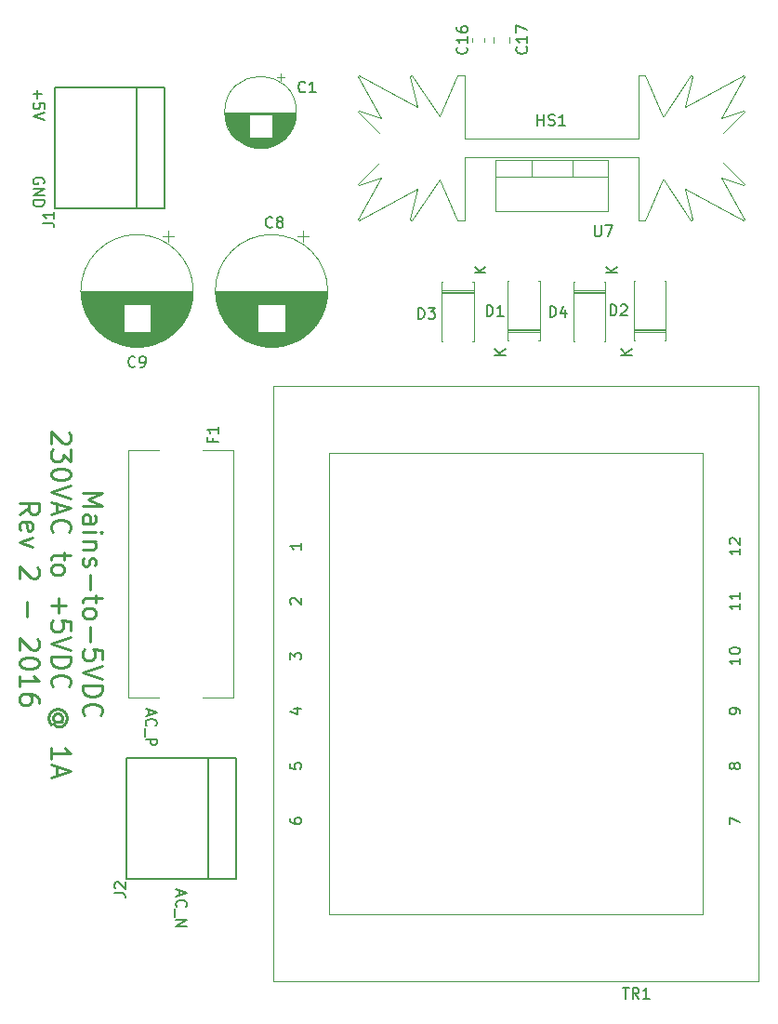
<source format=gto>
G04 #@! TF.GenerationSoftware,KiCad,Pcbnew,(5.1.5)-3*
G04 #@! TF.CreationDate,2020-04-14T19:53:29+02:00*
G04 #@! TF.ProjectId,5vfrommains,35766672-6f6d-46d6-9169-6e732e6b6963,rev?*
G04 #@! TF.SameCoordinates,Original*
G04 #@! TF.FileFunction,Legend,Top*
G04 #@! TF.FilePolarity,Positive*
%FSLAX46Y46*%
G04 Gerber Fmt 4.6, Leading zero omitted, Abs format (unit mm)*
G04 Created by KiCad (PCBNEW (5.1.5)-3) date 2020-04-14 19:53:29*
%MOMM*%
%LPD*%
G04 APERTURE LIST*
%ADD10C,0.250000*%
%ADD11C,0.150000*%
%ADD12C,0.120000*%
G04 APERTURE END LIST*
D10*
X182083333Y-91416666D02*
X183833333Y-91416666D01*
X182583333Y-92000000D01*
X183833333Y-92583333D01*
X182083333Y-92583333D01*
X182083333Y-94166666D02*
X183000000Y-94166666D01*
X183166666Y-94083333D01*
X183250000Y-93916666D01*
X183250000Y-93583333D01*
X183166666Y-93416666D01*
X182166666Y-94166666D02*
X182083333Y-94000000D01*
X182083333Y-93583333D01*
X182166666Y-93416666D01*
X182333333Y-93333333D01*
X182500000Y-93333333D01*
X182666666Y-93416666D01*
X182750000Y-93583333D01*
X182750000Y-94000000D01*
X182833333Y-94166666D01*
X182083333Y-95000000D02*
X183250000Y-95000000D01*
X183833333Y-95000000D02*
X183750000Y-94916666D01*
X183666666Y-95000000D01*
X183750000Y-95083333D01*
X183833333Y-95000000D01*
X183666666Y-95000000D01*
X183250000Y-95833333D02*
X182083333Y-95833333D01*
X183083333Y-95833333D02*
X183166666Y-95916666D01*
X183250000Y-96083333D01*
X183250000Y-96333333D01*
X183166666Y-96500000D01*
X183000000Y-96583333D01*
X182083333Y-96583333D01*
X182166666Y-97333333D02*
X182083333Y-97500000D01*
X182083333Y-97833333D01*
X182166666Y-98000000D01*
X182333333Y-98083333D01*
X182416666Y-98083333D01*
X182583333Y-98000000D01*
X182666666Y-97833333D01*
X182666666Y-97583333D01*
X182750000Y-97416666D01*
X182916666Y-97333333D01*
X183000000Y-97333333D01*
X183166666Y-97416666D01*
X183250000Y-97583333D01*
X183250000Y-97833333D01*
X183166666Y-98000000D01*
X182750000Y-98833333D02*
X182750000Y-100166666D01*
X183250000Y-100750000D02*
X183250000Y-101416666D01*
X183833333Y-101000000D02*
X182333333Y-101000000D01*
X182166666Y-101083333D01*
X182083333Y-101250000D01*
X182083333Y-101416666D01*
X182083333Y-102250000D02*
X182166666Y-102083333D01*
X182250000Y-102000000D01*
X182416666Y-101916666D01*
X182916666Y-101916666D01*
X183083333Y-102000000D01*
X183166666Y-102083333D01*
X183250000Y-102250000D01*
X183250000Y-102500000D01*
X183166666Y-102666666D01*
X183083333Y-102750000D01*
X182916666Y-102833333D01*
X182416666Y-102833333D01*
X182250000Y-102750000D01*
X182166666Y-102666666D01*
X182083333Y-102500000D01*
X182083333Y-102250000D01*
X182750000Y-103583333D02*
X182750000Y-104916666D01*
X183833333Y-106583333D02*
X183833333Y-105750000D01*
X183000000Y-105666666D01*
X183083333Y-105750000D01*
X183166666Y-105916666D01*
X183166666Y-106333333D01*
X183083333Y-106500000D01*
X183000000Y-106583333D01*
X182833333Y-106666666D01*
X182416666Y-106666666D01*
X182250000Y-106583333D01*
X182166666Y-106500000D01*
X182083333Y-106333333D01*
X182083333Y-105916666D01*
X182166666Y-105750000D01*
X182250000Y-105666666D01*
X183833333Y-107166666D02*
X182083333Y-107750000D01*
X183833333Y-108333333D01*
X182083333Y-108916666D02*
X183833333Y-108916666D01*
X183833333Y-109333333D01*
X183750000Y-109583333D01*
X183583333Y-109750000D01*
X183416666Y-109833333D01*
X183083333Y-109916666D01*
X182833333Y-109916666D01*
X182500000Y-109833333D01*
X182333333Y-109750000D01*
X182166666Y-109583333D01*
X182083333Y-109333333D01*
X182083333Y-108916666D01*
X182250000Y-111666666D02*
X182166666Y-111583333D01*
X182083333Y-111333333D01*
X182083333Y-111166666D01*
X182166666Y-110916666D01*
X182333333Y-110750000D01*
X182500000Y-110666666D01*
X182833333Y-110583333D01*
X183083333Y-110583333D01*
X183416666Y-110666666D01*
X183583333Y-110750000D01*
X183750000Y-110916666D01*
X183833333Y-111166666D01*
X183833333Y-111333333D01*
X183750000Y-111583333D01*
X183666666Y-111666666D01*
X180791666Y-85875000D02*
X180875000Y-85958333D01*
X180958333Y-86125000D01*
X180958333Y-86541666D01*
X180875000Y-86708333D01*
X180791666Y-86791666D01*
X180625000Y-86875000D01*
X180458333Y-86875000D01*
X180208333Y-86791666D01*
X179208333Y-85791666D01*
X179208333Y-86875000D01*
X180958333Y-87458333D02*
X180958333Y-88541666D01*
X180291666Y-87958333D01*
X180291666Y-88208333D01*
X180208333Y-88375000D01*
X180125000Y-88458333D01*
X179958333Y-88541666D01*
X179541666Y-88541666D01*
X179375000Y-88458333D01*
X179291666Y-88375000D01*
X179208333Y-88208333D01*
X179208333Y-87708333D01*
X179291666Y-87541666D01*
X179375000Y-87458333D01*
X180958333Y-89625000D02*
X180958333Y-89791666D01*
X180875000Y-89958333D01*
X180791666Y-90041666D01*
X180625000Y-90125000D01*
X180291666Y-90208333D01*
X179875000Y-90208333D01*
X179541666Y-90125000D01*
X179375000Y-90041666D01*
X179291666Y-89958333D01*
X179208333Y-89791666D01*
X179208333Y-89625000D01*
X179291666Y-89458333D01*
X179375000Y-89375000D01*
X179541666Y-89291666D01*
X179875000Y-89208333D01*
X180291666Y-89208333D01*
X180625000Y-89291666D01*
X180791666Y-89375000D01*
X180875000Y-89458333D01*
X180958333Y-89625000D01*
X180958333Y-90708333D02*
X179208333Y-91291666D01*
X180958333Y-91875000D01*
X179708333Y-92375000D02*
X179708333Y-93208333D01*
X179208333Y-92208333D02*
X180958333Y-92791666D01*
X179208333Y-93375000D01*
X179375000Y-94958333D02*
X179291666Y-94875000D01*
X179208333Y-94625000D01*
X179208333Y-94458333D01*
X179291666Y-94208333D01*
X179458333Y-94041666D01*
X179625000Y-93958333D01*
X179958333Y-93875000D01*
X180208333Y-93875000D01*
X180541666Y-93958333D01*
X180708333Y-94041666D01*
X180875000Y-94208333D01*
X180958333Y-94458333D01*
X180958333Y-94625000D01*
X180875000Y-94875000D01*
X180791666Y-94958333D01*
X180375000Y-96791666D02*
X180375000Y-97458333D01*
X180958333Y-97041666D02*
X179458333Y-97041666D01*
X179291666Y-97125000D01*
X179208333Y-97291666D01*
X179208333Y-97458333D01*
X179208333Y-98291666D02*
X179291666Y-98125000D01*
X179375000Y-98041666D01*
X179541666Y-97958333D01*
X180041666Y-97958333D01*
X180208333Y-98041666D01*
X180291666Y-98125000D01*
X180375000Y-98291666D01*
X180375000Y-98541666D01*
X180291666Y-98708333D01*
X180208333Y-98791666D01*
X180041666Y-98875000D01*
X179541666Y-98875000D01*
X179375000Y-98791666D01*
X179291666Y-98708333D01*
X179208333Y-98541666D01*
X179208333Y-98291666D01*
X179875000Y-100958333D02*
X179875000Y-102291666D01*
X179208333Y-101625000D02*
X180541666Y-101625000D01*
X180958333Y-103958333D02*
X180958333Y-103125000D01*
X180125000Y-103041666D01*
X180208333Y-103125000D01*
X180291666Y-103291666D01*
X180291666Y-103708333D01*
X180208333Y-103875000D01*
X180125000Y-103958333D01*
X179958333Y-104041666D01*
X179541666Y-104041666D01*
X179375000Y-103958333D01*
X179291666Y-103875000D01*
X179208333Y-103708333D01*
X179208333Y-103291666D01*
X179291666Y-103125000D01*
X179375000Y-103041666D01*
X180958333Y-104541666D02*
X179208333Y-105125000D01*
X180958333Y-105708333D01*
X179208333Y-106291666D02*
X180958333Y-106291666D01*
X180958333Y-106708333D01*
X180875000Y-106958333D01*
X180708333Y-107125000D01*
X180541666Y-107208333D01*
X180208333Y-107291666D01*
X179958333Y-107291666D01*
X179625000Y-107208333D01*
X179458333Y-107125000D01*
X179291666Y-106958333D01*
X179208333Y-106708333D01*
X179208333Y-106291666D01*
X179375000Y-109041666D02*
X179291666Y-108958333D01*
X179208333Y-108708333D01*
X179208333Y-108541666D01*
X179291666Y-108291666D01*
X179458333Y-108125000D01*
X179625000Y-108041666D01*
X179958333Y-107958333D01*
X180208333Y-107958333D01*
X180541666Y-108041666D01*
X180708333Y-108125000D01*
X180875000Y-108291666D01*
X180958333Y-108541666D01*
X180958333Y-108708333D01*
X180875000Y-108958333D01*
X180791666Y-109041666D01*
X180041666Y-112208333D02*
X180125000Y-112125000D01*
X180208333Y-111958333D01*
X180208333Y-111791666D01*
X180125000Y-111625000D01*
X180041666Y-111541666D01*
X179875000Y-111458333D01*
X179708333Y-111458333D01*
X179541666Y-111541666D01*
X179458333Y-111625000D01*
X179375000Y-111791666D01*
X179375000Y-111958333D01*
X179458333Y-112125000D01*
X179541666Y-112208333D01*
X180208333Y-112208333D02*
X179541666Y-112208333D01*
X179458333Y-112291666D01*
X179458333Y-112375000D01*
X179541666Y-112541666D01*
X179708333Y-112625000D01*
X180125000Y-112625000D01*
X180375000Y-112458333D01*
X180541666Y-112208333D01*
X180625000Y-111875000D01*
X180541666Y-111541666D01*
X180375000Y-111291666D01*
X180125000Y-111125000D01*
X179791666Y-111041666D01*
X179458333Y-111125000D01*
X179208333Y-111291666D01*
X179041666Y-111541666D01*
X178958333Y-111875000D01*
X179041666Y-112208333D01*
X179208333Y-112458333D01*
X179208333Y-115625000D02*
X179208333Y-114625000D01*
X179208333Y-115125000D02*
X180958333Y-115125000D01*
X180708333Y-114958333D01*
X180541666Y-114791666D01*
X180458333Y-114625000D01*
X179708333Y-116291666D02*
X179708333Y-117125000D01*
X179208333Y-116125000D02*
X180958333Y-116708333D01*
X179208333Y-117291666D01*
X176333333Y-93375000D02*
X177166666Y-92791666D01*
X176333333Y-92375000D02*
X178083333Y-92375000D01*
X178083333Y-93041666D01*
X178000000Y-93208333D01*
X177916666Y-93291666D01*
X177750000Y-93375000D01*
X177500000Y-93375000D01*
X177333333Y-93291666D01*
X177250000Y-93208333D01*
X177166666Y-93041666D01*
X177166666Y-92375000D01*
X176416666Y-94791666D02*
X176333333Y-94625000D01*
X176333333Y-94291666D01*
X176416666Y-94125000D01*
X176583333Y-94041666D01*
X177250000Y-94041666D01*
X177416666Y-94125000D01*
X177500000Y-94291666D01*
X177500000Y-94625000D01*
X177416666Y-94791666D01*
X177250000Y-94875000D01*
X177083333Y-94875000D01*
X176916666Y-94041666D01*
X177500000Y-95458333D02*
X176333333Y-95875000D01*
X177500000Y-96291666D01*
X177916666Y-98208333D02*
X178000000Y-98291666D01*
X178083333Y-98458333D01*
X178083333Y-98875000D01*
X178000000Y-99041666D01*
X177916666Y-99125000D01*
X177750000Y-99208333D01*
X177583333Y-99208333D01*
X177333333Y-99125000D01*
X176333333Y-98125000D01*
X176333333Y-99208333D01*
X177000000Y-101291666D02*
X177000000Y-102625000D01*
X177916666Y-104708333D02*
X178000000Y-104791666D01*
X178083333Y-104958333D01*
X178083333Y-105375000D01*
X178000000Y-105541666D01*
X177916666Y-105625000D01*
X177750000Y-105708333D01*
X177583333Y-105708333D01*
X177333333Y-105625000D01*
X176333333Y-104625000D01*
X176333333Y-105708333D01*
X178083333Y-106791666D02*
X178083333Y-106958333D01*
X178000000Y-107125000D01*
X177916666Y-107208333D01*
X177750000Y-107291666D01*
X177416666Y-107375000D01*
X177000000Y-107375000D01*
X176666666Y-107291666D01*
X176500000Y-107208333D01*
X176416666Y-107125000D01*
X176333333Y-106958333D01*
X176333333Y-106791666D01*
X176416666Y-106625000D01*
X176500000Y-106541666D01*
X176666666Y-106458333D01*
X177000000Y-106375000D01*
X177416666Y-106375000D01*
X177750000Y-106458333D01*
X177916666Y-106541666D01*
X178000000Y-106625000D01*
X178083333Y-106791666D01*
X176333333Y-109041666D02*
X176333333Y-108041666D01*
X176333333Y-108541666D02*
X178083333Y-108541666D01*
X177833333Y-108375000D01*
X177666666Y-108208333D01*
X177583333Y-108041666D01*
X178083333Y-110541666D02*
X178083333Y-110208333D01*
X178000000Y-110041666D01*
X177916666Y-109958333D01*
X177666666Y-109791666D01*
X177333333Y-109708333D01*
X176666666Y-109708333D01*
X176500000Y-109791666D01*
X176416666Y-109875000D01*
X176333333Y-110041666D01*
X176333333Y-110375000D01*
X176416666Y-110541666D01*
X176500000Y-110625000D01*
X176666666Y-110708333D01*
X177083333Y-110708333D01*
X177250000Y-110625000D01*
X177333333Y-110541666D01*
X177416666Y-110375000D01*
X177416666Y-110041666D01*
X177333333Y-109875000D01*
X177250000Y-109791666D01*
X177083333Y-109708333D01*
D11*
X190833333Y-127607142D02*
X190833333Y-128083333D01*
X190547619Y-127511904D02*
X191547619Y-127845238D01*
X190547619Y-128178571D01*
X190642857Y-129083333D02*
X190595238Y-129035714D01*
X190547619Y-128892857D01*
X190547619Y-128797619D01*
X190595238Y-128654761D01*
X190690476Y-128559523D01*
X190785714Y-128511904D01*
X190976190Y-128464285D01*
X191119047Y-128464285D01*
X191309523Y-128511904D01*
X191404761Y-128559523D01*
X191500000Y-128654761D01*
X191547619Y-128797619D01*
X191547619Y-128892857D01*
X191500000Y-129035714D01*
X191452380Y-129083333D01*
X190452380Y-129273809D02*
X190452380Y-130035714D01*
X190547619Y-130273809D02*
X191547619Y-130273809D01*
X190547619Y-130845238D01*
X191547619Y-130845238D01*
X188083333Y-111130952D02*
X188083333Y-111607142D01*
X187797619Y-111035714D02*
X188797619Y-111369047D01*
X187797619Y-111702380D01*
X187892857Y-112607142D02*
X187845238Y-112559523D01*
X187797619Y-112416666D01*
X187797619Y-112321428D01*
X187845238Y-112178571D01*
X187940476Y-112083333D01*
X188035714Y-112035714D01*
X188226190Y-111988095D01*
X188369047Y-111988095D01*
X188559523Y-112035714D01*
X188654761Y-112083333D01*
X188750000Y-112178571D01*
X188797619Y-112321428D01*
X188797619Y-112416666D01*
X188750000Y-112559523D01*
X188702380Y-112607142D01*
X187702380Y-112797619D02*
X187702380Y-113559523D01*
X187797619Y-113797619D02*
X188797619Y-113797619D01*
X188797619Y-114178571D01*
X188750000Y-114273809D01*
X188702380Y-114321428D01*
X188607142Y-114369047D01*
X188464285Y-114369047D01*
X188369047Y-114321428D01*
X188321428Y-114273809D01*
X188273809Y-114178571D01*
X188273809Y-113797619D01*
X178500000Y-63238095D02*
X178547619Y-63142857D01*
X178547619Y-63000000D01*
X178500000Y-62857142D01*
X178404761Y-62761904D01*
X178309523Y-62714285D01*
X178119047Y-62666666D01*
X177976190Y-62666666D01*
X177785714Y-62714285D01*
X177690476Y-62761904D01*
X177595238Y-62857142D01*
X177547619Y-63000000D01*
X177547619Y-63095238D01*
X177595238Y-63238095D01*
X177642857Y-63285714D01*
X177976190Y-63285714D01*
X177976190Y-63095238D01*
X177547619Y-63714285D02*
X178547619Y-63714285D01*
X177547619Y-64285714D01*
X178547619Y-64285714D01*
X177547619Y-64761904D02*
X178547619Y-64761904D01*
X178547619Y-65000000D01*
X178500000Y-65142857D01*
X178404761Y-65238095D01*
X178309523Y-65285714D01*
X178119047Y-65333333D01*
X177976190Y-65333333D01*
X177785714Y-65285714D01*
X177690476Y-65238095D01*
X177595238Y-65142857D01*
X177547619Y-65000000D01*
X177547619Y-64761904D01*
X177928571Y-54714285D02*
X177928571Y-55476190D01*
X177547619Y-55095238D02*
X178309523Y-55095238D01*
X178547619Y-56428571D02*
X178547619Y-55952380D01*
X178071428Y-55904761D01*
X178119047Y-55952380D01*
X178166666Y-56047619D01*
X178166666Y-56285714D01*
X178119047Y-56380952D01*
X178071428Y-56428571D01*
X177976190Y-56476190D01*
X177738095Y-56476190D01*
X177642857Y-56428571D01*
X177595238Y-56380952D01*
X177547619Y-56285714D01*
X177547619Y-56047619D01*
X177595238Y-55952380D01*
X177642857Y-55904761D01*
X178547619Y-56761904D02*
X177547619Y-57095238D01*
X178547619Y-57428571D01*
X187000000Y-65500000D02*
X187000000Y-54500000D01*
X179500000Y-65500000D02*
X189500000Y-65500000D01*
X179500000Y-54500000D02*
X179500000Y-65500000D01*
X189500000Y-54500000D02*
X179500000Y-54500000D01*
X189500000Y-65500000D02*
X189500000Y-54500000D01*
X193500000Y-126500000D02*
X193500000Y-115500000D01*
X186000000Y-126500000D02*
X196000000Y-126500000D01*
X186000000Y-115500000D02*
X186000000Y-126500000D01*
X196000000Y-115500000D02*
X186000000Y-115500000D01*
X196000000Y-126500000D02*
X196000000Y-115500000D01*
D12*
X200404000Y-53564759D02*
X199774000Y-53564759D01*
X200089000Y-53249759D02*
X200089000Y-53879759D01*
X198652000Y-59991000D02*
X197848000Y-59991000D01*
X198883000Y-59951000D02*
X197617000Y-59951000D01*
X199052000Y-59911000D02*
X197448000Y-59911000D01*
X199190000Y-59871000D02*
X197310000Y-59871000D01*
X199309000Y-59831000D02*
X197191000Y-59831000D01*
X199415000Y-59791000D02*
X197085000Y-59791000D01*
X199512000Y-59751000D02*
X196988000Y-59751000D01*
X199600000Y-59711000D02*
X196900000Y-59711000D01*
X199682000Y-59671000D02*
X196818000Y-59671000D01*
X199759000Y-59631000D02*
X196741000Y-59631000D01*
X199831000Y-59591000D02*
X196669000Y-59591000D01*
X199900000Y-59551000D02*
X196600000Y-59551000D01*
X199964000Y-59511000D02*
X196536000Y-59511000D01*
X200026000Y-59471000D02*
X196474000Y-59471000D01*
X200084000Y-59431000D02*
X196416000Y-59431000D01*
X200140000Y-59391000D02*
X196360000Y-59391000D01*
X200194000Y-59351000D02*
X196306000Y-59351000D01*
X200245000Y-59311000D02*
X196255000Y-59311000D01*
X200294000Y-59271000D02*
X196206000Y-59271000D01*
X200342000Y-59231000D02*
X196158000Y-59231000D01*
X200387000Y-59191000D02*
X196113000Y-59191000D01*
X200432000Y-59151000D02*
X196068000Y-59151000D01*
X200474000Y-59111000D02*
X196026000Y-59111000D01*
X200515000Y-59071000D02*
X195985000Y-59071000D01*
X197210000Y-59031000D02*
X195945000Y-59031000D01*
X200555000Y-59031000D02*
X199290000Y-59031000D01*
X197210000Y-58991000D02*
X195907000Y-58991000D01*
X200593000Y-58991000D02*
X199290000Y-58991000D01*
X197210000Y-58951000D02*
X195870000Y-58951000D01*
X200630000Y-58951000D02*
X199290000Y-58951000D01*
X197210000Y-58911000D02*
X195834000Y-58911000D01*
X200666000Y-58911000D02*
X199290000Y-58911000D01*
X197210000Y-58871000D02*
X195800000Y-58871000D01*
X200700000Y-58871000D02*
X199290000Y-58871000D01*
X197210000Y-58831000D02*
X195766000Y-58831000D01*
X200734000Y-58831000D02*
X199290000Y-58831000D01*
X197210000Y-58791000D02*
X195734000Y-58791000D01*
X200766000Y-58791000D02*
X199290000Y-58791000D01*
X197210000Y-58751000D02*
X195702000Y-58751000D01*
X200798000Y-58751000D02*
X199290000Y-58751000D01*
X197210000Y-58711000D02*
X195672000Y-58711000D01*
X200828000Y-58711000D02*
X199290000Y-58711000D01*
X197210000Y-58671000D02*
X195643000Y-58671000D01*
X200857000Y-58671000D02*
X199290000Y-58671000D01*
X197210000Y-58631000D02*
X195614000Y-58631000D01*
X200886000Y-58631000D02*
X199290000Y-58631000D01*
X197210000Y-58591000D02*
X195586000Y-58591000D01*
X200914000Y-58591000D02*
X199290000Y-58591000D01*
X197210000Y-58551000D02*
X195560000Y-58551000D01*
X200940000Y-58551000D02*
X199290000Y-58551000D01*
X197210000Y-58511000D02*
X195534000Y-58511000D01*
X200966000Y-58511000D02*
X199290000Y-58511000D01*
X197210000Y-58471000D02*
X195508000Y-58471000D01*
X200992000Y-58471000D02*
X199290000Y-58471000D01*
X197210000Y-58431000D02*
X195484000Y-58431000D01*
X201016000Y-58431000D02*
X199290000Y-58431000D01*
X197210000Y-58391000D02*
X195460000Y-58391000D01*
X201040000Y-58391000D02*
X199290000Y-58391000D01*
X197210000Y-58351000D02*
X195438000Y-58351000D01*
X201062000Y-58351000D02*
X199290000Y-58351000D01*
X197210000Y-58311000D02*
X195416000Y-58311000D01*
X201084000Y-58311000D02*
X199290000Y-58311000D01*
X197210000Y-58271000D02*
X195394000Y-58271000D01*
X201106000Y-58271000D02*
X199290000Y-58271000D01*
X197210000Y-58231000D02*
X195374000Y-58231000D01*
X201126000Y-58231000D02*
X199290000Y-58231000D01*
X197210000Y-58191000D02*
X195354000Y-58191000D01*
X201146000Y-58191000D02*
X199290000Y-58191000D01*
X197210000Y-58151000D02*
X195334000Y-58151000D01*
X201166000Y-58151000D02*
X199290000Y-58151000D01*
X197210000Y-58111000D02*
X195316000Y-58111000D01*
X201184000Y-58111000D02*
X199290000Y-58111000D01*
X197210000Y-58071000D02*
X195298000Y-58071000D01*
X201202000Y-58071000D02*
X199290000Y-58071000D01*
X197210000Y-58031000D02*
X195280000Y-58031000D01*
X201220000Y-58031000D02*
X199290000Y-58031000D01*
X197210000Y-57991000D02*
X195264000Y-57991000D01*
X201236000Y-57991000D02*
X199290000Y-57991000D01*
X197210000Y-57951000D02*
X195248000Y-57951000D01*
X201252000Y-57951000D02*
X199290000Y-57951000D01*
X197210000Y-57911000D02*
X195232000Y-57911000D01*
X201268000Y-57911000D02*
X199290000Y-57911000D01*
X197210000Y-57871000D02*
X195217000Y-57871000D01*
X201283000Y-57871000D02*
X199290000Y-57871000D01*
X197210000Y-57831000D02*
X195203000Y-57831000D01*
X201297000Y-57831000D02*
X199290000Y-57831000D01*
X197210000Y-57791000D02*
X195189000Y-57791000D01*
X201311000Y-57791000D02*
X199290000Y-57791000D01*
X197210000Y-57751000D02*
X195176000Y-57751000D01*
X201324000Y-57751000D02*
X199290000Y-57751000D01*
X197210000Y-57711000D02*
X195164000Y-57711000D01*
X201336000Y-57711000D02*
X199290000Y-57711000D01*
X197210000Y-57671000D02*
X195152000Y-57671000D01*
X201348000Y-57671000D02*
X199290000Y-57671000D01*
X197210000Y-57631000D02*
X195140000Y-57631000D01*
X201360000Y-57631000D02*
X199290000Y-57631000D01*
X197210000Y-57591000D02*
X195129000Y-57591000D01*
X201371000Y-57591000D02*
X199290000Y-57591000D01*
X197210000Y-57551000D02*
X195119000Y-57551000D01*
X201381000Y-57551000D02*
X199290000Y-57551000D01*
X197210000Y-57511000D02*
X195109000Y-57511000D01*
X201391000Y-57511000D02*
X199290000Y-57511000D01*
X197210000Y-57471000D02*
X195100000Y-57471000D01*
X201400000Y-57471000D02*
X199290000Y-57471000D01*
X197210000Y-57430000D02*
X195091000Y-57430000D01*
X201409000Y-57430000D02*
X199290000Y-57430000D01*
X197210000Y-57390000D02*
X195083000Y-57390000D01*
X201417000Y-57390000D02*
X199290000Y-57390000D01*
X197210000Y-57350000D02*
X195075000Y-57350000D01*
X201425000Y-57350000D02*
X199290000Y-57350000D01*
X197210000Y-57310000D02*
X195068000Y-57310000D01*
X201432000Y-57310000D02*
X199290000Y-57310000D01*
X197210000Y-57270000D02*
X195061000Y-57270000D01*
X201439000Y-57270000D02*
X199290000Y-57270000D01*
X197210000Y-57230000D02*
X195055000Y-57230000D01*
X201445000Y-57230000D02*
X199290000Y-57230000D01*
X197210000Y-57190000D02*
X195049000Y-57190000D01*
X201451000Y-57190000D02*
X199290000Y-57190000D01*
X197210000Y-57150000D02*
X195044000Y-57150000D01*
X201456000Y-57150000D02*
X199290000Y-57150000D01*
X197210000Y-57110000D02*
X195039000Y-57110000D01*
X201461000Y-57110000D02*
X199290000Y-57110000D01*
X197210000Y-57070000D02*
X195035000Y-57070000D01*
X201465000Y-57070000D02*
X199290000Y-57070000D01*
X197210000Y-57030000D02*
X195032000Y-57030000D01*
X201468000Y-57030000D02*
X199290000Y-57030000D01*
X197210000Y-56990000D02*
X195028000Y-56990000D01*
X201472000Y-56990000D02*
X199290000Y-56990000D01*
X201474000Y-56950000D02*
X195026000Y-56950000D01*
X201477000Y-56910000D02*
X195023000Y-56910000D01*
X201478000Y-56870000D02*
X195022000Y-56870000D01*
X201480000Y-56830000D02*
X195020000Y-56830000D01*
X201480000Y-56790000D02*
X195020000Y-56790000D01*
X201480000Y-56750000D02*
X195020000Y-56750000D01*
X201520000Y-56750000D02*
G75*
G03X201520000Y-56750000I-3270000J0D01*
G01*
X214560000Y-62890000D02*
X212060000Y-66610000D01*
X212060000Y-66610000D02*
X211880000Y-66550000D01*
X211880000Y-66550000D02*
X212540000Y-63750000D01*
X212540000Y-63750000D02*
X207240000Y-66630000D01*
X207120000Y-66510000D02*
X209270000Y-62740000D01*
X207220000Y-63420000D02*
X207130000Y-63270000D01*
X209270000Y-62740000D02*
X207220000Y-63420000D01*
X207130000Y-63270000D02*
X209090000Y-61380000D01*
X207240000Y-66630000D02*
X207120000Y-66510000D01*
X216180000Y-53400000D02*
X214570000Y-57110000D01*
X216850000Y-59150000D02*
X216850000Y-53400000D01*
X216850000Y-53400000D02*
X216180000Y-53400000D01*
X212540000Y-56250000D02*
X207240000Y-53370000D01*
X212060000Y-53390000D02*
X211880000Y-53450000D01*
X211880000Y-53450000D02*
X212540000Y-56250000D01*
X214560000Y-57110000D02*
X212060000Y-53390000D01*
X207130000Y-56730000D02*
X209090000Y-58620000D01*
X207120000Y-53490000D02*
X209270000Y-57260000D01*
X207220000Y-56580000D02*
X207130000Y-56730000D01*
X207240000Y-53370000D02*
X207120000Y-53490000D01*
X209270000Y-57260000D02*
X207220000Y-56580000D01*
X224750000Y-59150000D02*
X216850000Y-59150000D01*
X216850000Y-60850000D02*
X216850000Y-66600000D01*
X216850000Y-66600000D02*
X216180000Y-66600000D01*
X216180000Y-66600000D02*
X214570000Y-62890000D01*
X224750000Y-60850000D02*
X216850000Y-60850000D01*
X237620000Y-53450000D02*
X236960000Y-56250000D01*
X237440000Y-53390000D02*
X237620000Y-53450000D01*
X234940000Y-57110000D02*
X237440000Y-53390000D01*
X236960000Y-56250000D02*
X242260000Y-53370000D01*
X242370000Y-56730000D02*
X240410000Y-58620000D01*
X240230000Y-57260000D02*
X242280000Y-56580000D01*
X242380000Y-53490000D02*
X240230000Y-57260000D01*
X242260000Y-53370000D02*
X242380000Y-53490000D01*
X242280000Y-56580000D02*
X242370000Y-56730000D01*
X233320000Y-53400000D02*
X234930000Y-57110000D01*
X224750000Y-59150000D02*
X232650000Y-59150000D01*
X232650000Y-59150000D02*
X232650000Y-53400000D01*
X232650000Y-53400000D02*
X233320000Y-53400000D01*
X224750000Y-60850000D02*
X232650000Y-60850000D01*
X232650000Y-60850000D02*
X232650000Y-66600000D01*
X232650000Y-66600000D02*
X233320000Y-66600000D01*
X233320000Y-66600000D02*
X234930000Y-62890000D01*
X234940000Y-62890000D02*
X237440000Y-66610000D01*
X237440000Y-66610000D02*
X237620000Y-66550000D01*
X237620000Y-66550000D02*
X236960000Y-63750000D01*
X236960000Y-63750000D02*
X242260000Y-66630000D01*
X242260000Y-66630000D02*
X242380000Y-66510000D01*
X242380000Y-66510000D02*
X240230000Y-62740000D01*
X240230000Y-62740000D02*
X242280000Y-63420000D01*
X242280000Y-63420000D02*
X242370000Y-63270000D01*
X242370000Y-63270000D02*
X240410000Y-61380000D01*
X199380000Y-135870000D02*
X199380000Y-81630000D01*
X199380000Y-135870000D02*
X243620000Y-135870000D01*
X243620000Y-81630000D02*
X199380000Y-81630000D01*
X243620000Y-81630000D02*
X243620000Y-135870000D01*
X204500000Y-87750000D02*
X238500000Y-87750000D01*
X204500000Y-129750000D02*
X204500000Y-87750000D01*
X238500000Y-129750000D02*
X204500000Y-129750000D01*
X238500000Y-87750000D02*
X238500000Y-129750000D01*
X220910000Y-50408578D02*
X220910000Y-49891422D01*
X219490000Y-50408578D02*
X219490000Y-49891422D01*
X226641000Y-61080000D02*
X226641000Y-62590000D01*
X222940000Y-61080000D02*
X222940000Y-62590000D01*
X219670000Y-62590000D02*
X229910000Y-62590000D01*
X229910000Y-61080000D02*
X229910000Y-65721000D01*
X219670000Y-61080000D02*
X219670000Y-65721000D01*
X219670000Y-65721000D02*
X229910000Y-65721000D01*
X219670000Y-61080000D02*
X229910000Y-61080000D01*
X186200000Y-87500000D02*
X189000000Y-87500000D01*
X186200000Y-87500000D02*
X186200000Y-110000000D01*
X195800000Y-87500000D02*
X195800000Y-110000000D01*
X193000000Y-87500000D02*
X195800000Y-87500000D01*
X193000000Y-110000000D02*
X195800000Y-110000000D01*
X186200000Y-110000000D02*
X189000000Y-110000000D01*
X229670000Y-72970000D02*
X226730000Y-72970000D01*
X229670000Y-73210000D02*
X226730000Y-73210000D01*
X229670000Y-73090000D02*
X226730000Y-73090000D01*
X226730000Y-77630000D02*
X226860000Y-77630000D01*
X226730000Y-72190000D02*
X226730000Y-77630000D01*
X226860000Y-72190000D02*
X226730000Y-72190000D01*
X229670000Y-77630000D02*
X229540000Y-77630000D01*
X229670000Y-72190000D02*
X229670000Y-77630000D01*
X229540000Y-72190000D02*
X229670000Y-72190000D01*
X217670000Y-72970000D02*
X214730000Y-72970000D01*
X217670000Y-73210000D02*
X214730000Y-73210000D01*
X217670000Y-73090000D02*
X214730000Y-73090000D01*
X214730000Y-77630000D02*
X214860000Y-77630000D01*
X214730000Y-72190000D02*
X214730000Y-77630000D01*
X214860000Y-72190000D02*
X214730000Y-72190000D01*
X217670000Y-77630000D02*
X217540000Y-77630000D01*
X217670000Y-72190000D02*
X217670000Y-77630000D01*
X217540000Y-72190000D02*
X217670000Y-72190000D01*
X232230000Y-76730000D02*
X235170000Y-76730000D01*
X232230000Y-76490000D02*
X235170000Y-76490000D01*
X232230000Y-76610000D02*
X235170000Y-76610000D01*
X235170000Y-72070000D02*
X235040000Y-72070000D01*
X235170000Y-77510000D02*
X235170000Y-72070000D01*
X235040000Y-77510000D02*
X235170000Y-77510000D01*
X232230000Y-72070000D02*
X232360000Y-72070000D01*
X232230000Y-77510000D02*
X232230000Y-72070000D01*
X232360000Y-77510000D02*
X232230000Y-77510000D01*
X220730000Y-76730000D02*
X223670000Y-76730000D01*
X220730000Y-76490000D02*
X223670000Y-76490000D01*
X220730000Y-76610000D02*
X223670000Y-76610000D01*
X223670000Y-72070000D02*
X223540000Y-72070000D01*
X223670000Y-77510000D02*
X223670000Y-72070000D01*
X223540000Y-77510000D02*
X223670000Y-77510000D01*
X220730000Y-72070000D02*
X220860000Y-72070000D01*
X220730000Y-77510000D02*
X220730000Y-72070000D01*
X220860000Y-77510000D02*
X220730000Y-77510000D01*
X218590000Y-50332779D02*
X218590000Y-50007221D01*
X217570000Y-50332779D02*
X217570000Y-50007221D01*
X190375000Y-68020354D02*
X189375000Y-68020354D01*
X189875000Y-67520354D02*
X189875000Y-68520354D01*
X187599000Y-78081000D02*
X186401000Y-78081000D01*
X187862000Y-78041000D02*
X186138000Y-78041000D01*
X188062000Y-78001000D02*
X185938000Y-78001000D01*
X188230000Y-77961000D02*
X185770000Y-77961000D01*
X188378000Y-77921000D02*
X185622000Y-77921000D01*
X188510000Y-77881000D02*
X185490000Y-77881000D01*
X188630000Y-77841000D02*
X185370000Y-77841000D01*
X188742000Y-77801000D02*
X185258000Y-77801000D01*
X188846000Y-77761000D02*
X185154000Y-77761000D01*
X188944000Y-77721000D02*
X185056000Y-77721000D01*
X189037000Y-77681000D02*
X184963000Y-77681000D01*
X189125000Y-77641000D02*
X184875000Y-77641000D01*
X189209000Y-77601000D02*
X184791000Y-77601000D01*
X189289000Y-77561000D02*
X184711000Y-77561000D01*
X189365000Y-77521000D02*
X184635000Y-77521000D01*
X189439000Y-77481000D02*
X184561000Y-77481000D01*
X189510000Y-77441000D02*
X184490000Y-77441000D01*
X189579000Y-77401000D02*
X184421000Y-77401000D01*
X189645000Y-77361000D02*
X184355000Y-77361000D01*
X189709000Y-77321000D02*
X184291000Y-77321000D01*
X189770000Y-77281000D02*
X184230000Y-77281000D01*
X189830000Y-77241000D02*
X184170000Y-77241000D01*
X189889000Y-77201000D02*
X184111000Y-77201000D01*
X189945000Y-77161000D02*
X184055000Y-77161000D01*
X190000000Y-77121000D02*
X184000000Y-77121000D01*
X190054000Y-77081000D02*
X183946000Y-77081000D01*
X190106000Y-77041000D02*
X183894000Y-77041000D01*
X190156000Y-77001000D02*
X183844000Y-77001000D01*
X190206000Y-76961000D02*
X183794000Y-76961000D01*
X190254000Y-76921000D02*
X183746000Y-76921000D01*
X190301000Y-76881000D02*
X183699000Y-76881000D01*
X190347000Y-76841000D02*
X183653000Y-76841000D01*
X190392000Y-76801000D02*
X183608000Y-76801000D01*
X190436000Y-76761000D02*
X183564000Y-76761000D01*
X185759000Y-76721000D02*
X183522000Y-76721000D01*
X190478000Y-76721000D02*
X188241000Y-76721000D01*
X185759000Y-76681000D02*
X183480000Y-76681000D01*
X190520000Y-76681000D02*
X188241000Y-76681000D01*
X185759000Y-76641000D02*
X183439000Y-76641000D01*
X190561000Y-76641000D02*
X188241000Y-76641000D01*
X185759000Y-76601000D02*
X183399000Y-76601000D01*
X190601000Y-76601000D02*
X188241000Y-76601000D01*
X185759000Y-76561000D02*
X183360000Y-76561000D01*
X190640000Y-76561000D02*
X188241000Y-76561000D01*
X185759000Y-76521000D02*
X183321000Y-76521000D01*
X190679000Y-76521000D02*
X188241000Y-76521000D01*
X185759000Y-76481000D02*
X183284000Y-76481000D01*
X190716000Y-76481000D02*
X188241000Y-76481000D01*
X185759000Y-76441000D02*
X183247000Y-76441000D01*
X190753000Y-76441000D02*
X188241000Y-76441000D01*
X185759000Y-76401000D02*
X183211000Y-76401000D01*
X190789000Y-76401000D02*
X188241000Y-76401000D01*
X185759000Y-76361000D02*
X183176000Y-76361000D01*
X190824000Y-76361000D02*
X188241000Y-76361000D01*
X185759000Y-76321000D02*
X183142000Y-76321000D01*
X190858000Y-76321000D02*
X188241000Y-76321000D01*
X185759000Y-76281000D02*
X183108000Y-76281000D01*
X190892000Y-76281000D02*
X188241000Y-76281000D01*
X185759000Y-76241000D02*
X183075000Y-76241000D01*
X190925000Y-76241000D02*
X188241000Y-76241000D01*
X185759000Y-76201000D02*
X183043000Y-76201000D01*
X190957000Y-76201000D02*
X188241000Y-76201000D01*
X185759000Y-76161000D02*
X183011000Y-76161000D01*
X190989000Y-76161000D02*
X188241000Y-76161000D01*
X185759000Y-76121000D02*
X182980000Y-76121000D01*
X191020000Y-76121000D02*
X188241000Y-76121000D01*
X185759000Y-76081000D02*
X182950000Y-76081000D01*
X191050000Y-76081000D02*
X188241000Y-76081000D01*
X185759000Y-76041000D02*
X182920000Y-76041000D01*
X191080000Y-76041000D02*
X188241000Y-76041000D01*
X185759000Y-76001000D02*
X182890000Y-76001000D01*
X191110000Y-76001000D02*
X188241000Y-76001000D01*
X185759000Y-75961000D02*
X182862000Y-75961000D01*
X191138000Y-75961000D02*
X188241000Y-75961000D01*
X185759000Y-75921000D02*
X182834000Y-75921000D01*
X191166000Y-75921000D02*
X188241000Y-75921000D01*
X185759000Y-75881000D02*
X182806000Y-75881000D01*
X191194000Y-75881000D02*
X188241000Y-75881000D01*
X185759000Y-75841000D02*
X182779000Y-75841000D01*
X191221000Y-75841000D02*
X188241000Y-75841000D01*
X185759000Y-75801000D02*
X182753000Y-75801000D01*
X191247000Y-75801000D02*
X188241000Y-75801000D01*
X185759000Y-75761000D02*
X182727000Y-75761000D01*
X191273000Y-75761000D02*
X188241000Y-75761000D01*
X185759000Y-75721000D02*
X182702000Y-75721000D01*
X191298000Y-75721000D02*
X188241000Y-75721000D01*
X185759000Y-75681000D02*
X182677000Y-75681000D01*
X191323000Y-75681000D02*
X188241000Y-75681000D01*
X185759000Y-75641000D02*
X182653000Y-75641000D01*
X191347000Y-75641000D02*
X188241000Y-75641000D01*
X185759000Y-75601000D02*
X182629000Y-75601000D01*
X191371000Y-75601000D02*
X188241000Y-75601000D01*
X185759000Y-75561000D02*
X182605000Y-75561000D01*
X191395000Y-75561000D02*
X188241000Y-75561000D01*
X185759000Y-75521000D02*
X182583000Y-75521000D01*
X191417000Y-75521000D02*
X188241000Y-75521000D01*
X185759000Y-75481000D02*
X182560000Y-75481000D01*
X191440000Y-75481000D02*
X188241000Y-75481000D01*
X185759000Y-75441000D02*
X182538000Y-75441000D01*
X191462000Y-75441000D02*
X188241000Y-75441000D01*
X185759000Y-75401000D02*
X182517000Y-75401000D01*
X191483000Y-75401000D02*
X188241000Y-75401000D01*
X185759000Y-75361000D02*
X182496000Y-75361000D01*
X191504000Y-75361000D02*
X188241000Y-75361000D01*
X185759000Y-75321000D02*
X182475000Y-75321000D01*
X191525000Y-75321000D02*
X188241000Y-75321000D01*
X185759000Y-75281000D02*
X182455000Y-75281000D01*
X191545000Y-75281000D02*
X188241000Y-75281000D01*
X185759000Y-75241000D02*
X182436000Y-75241000D01*
X191564000Y-75241000D02*
X188241000Y-75241000D01*
X185759000Y-75201000D02*
X182416000Y-75201000D01*
X191584000Y-75201000D02*
X188241000Y-75201000D01*
X185759000Y-75161000D02*
X182397000Y-75161000D01*
X191603000Y-75161000D02*
X188241000Y-75161000D01*
X185759000Y-75121000D02*
X182379000Y-75121000D01*
X191621000Y-75121000D02*
X188241000Y-75121000D01*
X185759000Y-75081000D02*
X182361000Y-75081000D01*
X191639000Y-75081000D02*
X188241000Y-75081000D01*
X185759000Y-75041000D02*
X182343000Y-75041000D01*
X191657000Y-75041000D02*
X188241000Y-75041000D01*
X185759000Y-75001000D02*
X182326000Y-75001000D01*
X191674000Y-75001000D02*
X188241000Y-75001000D01*
X185759000Y-74961000D02*
X182310000Y-74961000D01*
X191690000Y-74961000D02*
X188241000Y-74961000D01*
X185759000Y-74921000D02*
X182293000Y-74921000D01*
X191707000Y-74921000D02*
X188241000Y-74921000D01*
X185759000Y-74881000D02*
X182277000Y-74881000D01*
X191723000Y-74881000D02*
X188241000Y-74881000D01*
X185759000Y-74841000D02*
X182262000Y-74841000D01*
X191738000Y-74841000D02*
X188241000Y-74841000D01*
X185759000Y-74801000D02*
X182246000Y-74801000D01*
X191754000Y-74801000D02*
X188241000Y-74801000D01*
X185759000Y-74761000D02*
X182232000Y-74761000D01*
X191768000Y-74761000D02*
X188241000Y-74761000D01*
X185759000Y-74721000D02*
X182217000Y-74721000D01*
X191783000Y-74721000D02*
X188241000Y-74721000D01*
X185759000Y-74681000D02*
X182203000Y-74681000D01*
X191797000Y-74681000D02*
X188241000Y-74681000D01*
X185759000Y-74641000D02*
X182189000Y-74641000D01*
X191811000Y-74641000D02*
X188241000Y-74641000D01*
X185759000Y-74601000D02*
X182176000Y-74601000D01*
X191824000Y-74601000D02*
X188241000Y-74601000D01*
X185759000Y-74561000D02*
X182163000Y-74561000D01*
X191837000Y-74561000D02*
X188241000Y-74561000D01*
X185759000Y-74521000D02*
X182150000Y-74521000D01*
X191850000Y-74521000D02*
X188241000Y-74521000D01*
X185759000Y-74481000D02*
X182138000Y-74481000D01*
X191862000Y-74481000D02*
X188241000Y-74481000D01*
X185759000Y-74441000D02*
X182126000Y-74441000D01*
X191874000Y-74441000D02*
X188241000Y-74441000D01*
X185759000Y-74401000D02*
X182115000Y-74401000D01*
X191885000Y-74401000D02*
X188241000Y-74401000D01*
X185759000Y-74361000D02*
X182103000Y-74361000D01*
X191897000Y-74361000D02*
X188241000Y-74361000D01*
X185759000Y-74321000D02*
X182093000Y-74321000D01*
X191907000Y-74321000D02*
X188241000Y-74321000D01*
X185759000Y-74281000D02*
X182082000Y-74281000D01*
X191918000Y-74281000D02*
X188241000Y-74281000D01*
X191928000Y-74241000D02*
X182072000Y-74241000D01*
X191938000Y-74201000D02*
X182062000Y-74201000D01*
X191947000Y-74161000D02*
X182053000Y-74161000D01*
X191956000Y-74121000D02*
X182044000Y-74121000D01*
X191965000Y-74081000D02*
X182035000Y-74081000D01*
X191974000Y-74041000D02*
X182026000Y-74041000D01*
X191982000Y-74001000D02*
X182018000Y-74001000D01*
X191990000Y-73961000D02*
X182010000Y-73961000D01*
X191997000Y-73921000D02*
X182003000Y-73921000D01*
X192004000Y-73881000D02*
X181996000Y-73881000D01*
X192011000Y-73841000D02*
X181989000Y-73841000D01*
X192018000Y-73801000D02*
X181982000Y-73801000D01*
X192024000Y-73761000D02*
X181976000Y-73761000D01*
X192030000Y-73721000D02*
X181970000Y-73721000D01*
X192035000Y-73680000D02*
X181965000Y-73680000D01*
X192040000Y-73640000D02*
X181960000Y-73640000D01*
X192045000Y-73600000D02*
X181955000Y-73600000D01*
X192050000Y-73560000D02*
X181950000Y-73560000D01*
X192054000Y-73520000D02*
X181946000Y-73520000D01*
X192058000Y-73480000D02*
X181942000Y-73480000D01*
X192062000Y-73440000D02*
X181938000Y-73440000D01*
X192065000Y-73400000D02*
X181935000Y-73400000D01*
X192068000Y-73360000D02*
X181932000Y-73360000D01*
X192070000Y-73320000D02*
X181930000Y-73320000D01*
X192073000Y-73280000D02*
X181927000Y-73280000D01*
X192075000Y-73240000D02*
X181925000Y-73240000D01*
X192077000Y-73200000D02*
X181923000Y-73200000D01*
X192078000Y-73160000D02*
X181922000Y-73160000D01*
X192079000Y-73120000D02*
X181921000Y-73120000D01*
X192080000Y-73080000D02*
X181920000Y-73080000D01*
X192080000Y-73040000D02*
X181920000Y-73040000D01*
X192080000Y-73000000D02*
X181920000Y-73000000D01*
X192120000Y-73000000D02*
G75*
G03X192120000Y-73000000I-5120000J0D01*
G01*
X202625000Y-68020354D02*
X201625000Y-68020354D01*
X202125000Y-67520354D02*
X202125000Y-68520354D01*
X199849000Y-78081000D02*
X198651000Y-78081000D01*
X200112000Y-78041000D02*
X198388000Y-78041000D01*
X200312000Y-78001000D02*
X198188000Y-78001000D01*
X200480000Y-77961000D02*
X198020000Y-77961000D01*
X200628000Y-77921000D02*
X197872000Y-77921000D01*
X200760000Y-77881000D02*
X197740000Y-77881000D01*
X200880000Y-77841000D02*
X197620000Y-77841000D01*
X200992000Y-77801000D02*
X197508000Y-77801000D01*
X201096000Y-77761000D02*
X197404000Y-77761000D01*
X201194000Y-77721000D02*
X197306000Y-77721000D01*
X201287000Y-77681000D02*
X197213000Y-77681000D01*
X201375000Y-77641000D02*
X197125000Y-77641000D01*
X201459000Y-77601000D02*
X197041000Y-77601000D01*
X201539000Y-77561000D02*
X196961000Y-77561000D01*
X201615000Y-77521000D02*
X196885000Y-77521000D01*
X201689000Y-77481000D02*
X196811000Y-77481000D01*
X201760000Y-77441000D02*
X196740000Y-77441000D01*
X201829000Y-77401000D02*
X196671000Y-77401000D01*
X201895000Y-77361000D02*
X196605000Y-77361000D01*
X201959000Y-77321000D02*
X196541000Y-77321000D01*
X202020000Y-77281000D02*
X196480000Y-77281000D01*
X202080000Y-77241000D02*
X196420000Y-77241000D01*
X202139000Y-77201000D02*
X196361000Y-77201000D01*
X202195000Y-77161000D02*
X196305000Y-77161000D01*
X202250000Y-77121000D02*
X196250000Y-77121000D01*
X202304000Y-77081000D02*
X196196000Y-77081000D01*
X202356000Y-77041000D02*
X196144000Y-77041000D01*
X202406000Y-77001000D02*
X196094000Y-77001000D01*
X202456000Y-76961000D02*
X196044000Y-76961000D01*
X202504000Y-76921000D02*
X195996000Y-76921000D01*
X202551000Y-76881000D02*
X195949000Y-76881000D01*
X202597000Y-76841000D02*
X195903000Y-76841000D01*
X202642000Y-76801000D02*
X195858000Y-76801000D01*
X202686000Y-76761000D02*
X195814000Y-76761000D01*
X198009000Y-76721000D02*
X195772000Y-76721000D01*
X202728000Y-76721000D02*
X200491000Y-76721000D01*
X198009000Y-76681000D02*
X195730000Y-76681000D01*
X202770000Y-76681000D02*
X200491000Y-76681000D01*
X198009000Y-76641000D02*
X195689000Y-76641000D01*
X202811000Y-76641000D02*
X200491000Y-76641000D01*
X198009000Y-76601000D02*
X195649000Y-76601000D01*
X202851000Y-76601000D02*
X200491000Y-76601000D01*
X198009000Y-76561000D02*
X195610000Y-76561000D01*
X202890000Y-76561000D02*
X200491000Y-76561000D01*
X198009000Y-76521000D02*
X195571000Y-76521000D01*
X202929000Y-76521000D02*
X200491000Y-76521000D01*
X198009000Y-76481000D02*
X195534000Y-76481000D01*
X202966000Y-76481000D02*
X200491000Y-76481000D01*
X198009000Y-76441000D02*
X195497000Y-76441000D01*
X203003000Y-76441000D02*
X200491000Y-76441000D01*
X198009000Y-76401000D02*
X195461000Y-76401000D01*
X203039000Y-76401000D02*
X200491000Y-76401000D01*
X198009000Y-76361000D02*
X195426000Y-76361000D01*
X203074000Y-76361000D02*
X200491000Y-76361000D01*
X198009000Y-76321000D02*
X195392000Y-76321000D01*
X203108000Y-76321000D02*
X200491000Y-76321000D01*
X198009000Y-76281000D02*
X195358000Y-76281000D01*
X203142000Y-76281000D02*
X200491000Y-76281000D01*
X198009000Y-76241000D02*
X195325000Y-76241000D01*
X203175000Y-76241000D02*
X200491000Y-76241000D01*
X198009000Y-76201000D02*
X195293000Y-76201000D01*
X203207000Y-76201000D02*
X200491000Y-76201000D01*
X198009000Y-76161000D02*
X195261000Y-76161000D01*
X203239000Y-76161000D02*
X200491000Y-76161000D01*
X198009000Y-76121000D02*
X195230000Y-76121000D01*
X203270000Y-76121000D02*
X200491000Y-76121000D01*
X198009000Y-76081000D02*
X195200000Y-76081000D01*
X203300000Y-76081000D02*
X200491000Y-76081000D01*
X198009000Y-76041000D02*
X195170000Y-76041000D01*
X203330000Y-76041000D02*
X200491000Y-76041000D01*
X198009000Y-76001000D02*
X195140000Y-76001000D01*
X203360000Y-76001000D02*
X200491000Y-76001000D01*
X198009000Y-75961000D02*
X195112000Y-75961000D01*
X203388000Y-75961000D02*
X200491000Y-75961000D01*
X198009000Y-75921000D02*
X195084000Y-75921000D01*
X203416000Y-75921000D02*
X200491000Y-75921000D01*
X198009000Y-75881000D02*
X195056000Y-75881000D01*
X203444000Y-75881000D02*
X200491000Y-75881000D01*
X198009000Y-75841000D02*
X195029000Y-75841000D01*
X203471000Y-75841000D02*
X200491000Y-75841000D01*
X198009000Y-75801000D02*
X195003000Y-75801000D01*
X203497000Y-75801000D02*
X200491000Y-75801000D01*
X198009000Y-75761000D02*
X194977000Y-75761000D01*
X203523000Y-75761000D02*
X200491000Y-75761000D01*
X198009000Y-75721000D02*
X194952000Y-75721000D01*
X203548000Y-75721000D02*
X200491000Y-75721000D01*
X198009000Y-75681000D02*
X194927000Y-75681000D01*
X203573000Y-75681000D02*
X200491000Y-75681000D01*
X198009000Y-75641000D02*
X194903000Y-75641000D01*
X203597000Y-75641000D02*
X200491000Y-75641000D01*
X198009000Y-75601000D02*
X194879000Y-75601000D01*
X203621000Y-75601000D02*
X200491000Y-75601000D01*
X198009000Y-75561000D02*
X194855000Y-75561000D01*
X203645000Y-75561000D02*
X200491000Y-75561000D01*
X198009000Y-75521000D02*
X194833000Y-75521000D01*
X203667000Y-75521000D02*
X200491000Y-75521000D01*
X198009000Y-75481000D02*
X194810000Y-75481000D01*
X203690000Y-75481000D02*
X200491000Y-75481000D01*
X198009000Y-75441000D02*
X194788000Y-75441000D01*
X203712000Y-75441000D02*
X200491000Y-75441000D01*
X198009000Y-75401000D02*
X194767000Y-75401000D01*
X203733000Y-75401000D02*
X200491000Y-75401000D01*
X198009000Y-75361000D02*
X194746000Y-75361000D01*
X203754000Y-75361000D02*
X200491000Y-75361000D01*
X198009000Y-75321000D02*
X194725000Y-75321000D01*
X203775000Y-75321000D02*
X200491000Y-75321000D01*
X198009000Y-75281000D02*
X194705000Y-75281000D01*
X203795000Y-75281000D02*
X200491000Y-75281000D01*
X198009000Y-75241000D02*
X194686000Y-75241000D01*
X203814000Y-75241000D02*
X200491000Y-75241000D01*
X198009000Y-75201000D02*
X194666000Y-75201000D01*
X203834000Y-75201000D02*
X200491000Y-75201000D01*
X198009000Y-75161000D02*
X194647000Y-75161000D01*
X203853000Y-75161000D02*
X200491000Y-75161000D01*
X198009000Y-75121000D02*
X194629000Y-75121000D01*
X203871000Y-75121000D02*
X200491000Y-75121000D01*
X198009000Y-75081000D02*
X194611000Y-75081000D01*
X203889000Y-75081000D02*
X200491000Y-75081000D01*
X198009000Y-75041000D02*
X194593000Y-75041000D01*
X203907000Y-75041000D02*
X200491000Y-75041000D01*
X198009000Y-75001000D02*
X194576000Y-75001000D01*
X203924000Y-75001000D02*
X200491000Y-75001000D01*
X198009000Y-74961000D02*
X194560000Y-74961000D01*
X203940000Y-74961000D02*
X200491000Y-74961000D01*
X198009000Y-74921000D02*
X194543000Y-74921000D01*
X203957000Y-74921000D02*
X200491000Y-74921000D01*
X198009000Y-74881000D02*
X194527000Y-74881000D01*
X203973000Y-74881000D02*
X200491000Y-74881000D01*
X198009000Y-74841000D02*
X194512000Y-74841000D01*
X203988000Y-74841000D02*
X200491000Y-74841000D01*
X198009000Y-74801000D02*
X194496000Y-74801000D01*
X204004000Y-74801000D02*
X200491000Y-74801000D01*
X198009000Y-74761000D02*
X194482000Y-74761000D01*
X204018000Y-74761000D02*
X200491000Y-74761000D01*
X198009000Y-74721000D02*
X194467000Y-74721000D01*
X204033000Y-74721000D02*
X200491000Y-74721000D01*
X198009000Y-74681000D02*
X194453000Y-74681000D01*
X204047000Y-74681000D02*
X200491000Y-74681000D01*
X198009000Y-74641000D02*
X194439000Y-74641000D01*
X204061000Y-74641000D02*
X200491000Y-74641000D01*
X198009000Y-74601000D02*
X194426000Y-74601000D01*
X204074000Y-74601000D02*
X200491000Y-74601000D01*
X198009000Y-74561000D02*
X194413000Y-74561000D01*
X204087000Y-74561000D02*
X200491000Y-74561000D01*
X198009000Y-74521000D02*
X194400000Y-74521000D01*
X204100000Y-74521000D02*
X200491000Y-74521000D01*
X198009000Y-74481000D02*
X194388000Y-74481000D01*
X204112000Y-74481000D02*
X200491000Y-74481000D01*
X198009000Y-74441000D02*
X194376000Y-74441000D01*
X204124000Y-74441000D02*
X200491000Y-74441000D01*
X198009000Y-74401000D02*
X194365000Y-74401000D01*
X204135000Y-74401000D02*
X200491000Y-74401000D01*
X198009000Y-74361000D02*
X194353000Y-74361000D01*
X204147000Y-74361000D02*
X200491000Y-74361000D01*
X198009000Y-74321000D02*
X194343000Y-74321000D01*
X204157000Y-74321000D02*
X200491000Y-74321000D01*
X198009000Y-74281000D02*
X194332000Y-74281000D01*
X204168000Y-74281000D02*
X200491000Y-74281000D01*
X204178000Y-74241000D02*
X194322000Y-74241000D01*
X204188000Y-74201000D02*
X194312000Y-74201000D01*
X204197000Y-74161000D02*
X194303000Y-74161000D01*
X204206000Y-74121000D02*
X194294000Y-74121000D01*
X204215000Y-74081000D02*
X194285000Y-74081000D01*
X204224000Y-74041000D02*
X194276000Y-74041000D01*
X204232000Y-74001000D02*
X194268000Y-74001000D01*
X204240000Y-73961000D02*
X194260000Y-73961000D01*
X204247000Y-73921000D02*
X194253000Y-73921000D01*
X204254000Y-73881000D02*
X194246000Y-73881000D01*
X204261000Y-73841000D02*
X194239000Y-73841000D01*
X204268000Y-73801000D02*
X194232000Y-73801000D01*
X204274000Y-73761000D02*
X194226000Y-73761000D01*
X204280000Y-73721000D02*
X194220000Y-73721000D01*
X204285000Y-73680000D02*
X194215000Y-73680000D01*
X204290000Y-73640000D02*
X194210000Y-73640000D01*
X204295000Y-73600000D02*
X194205000Y-73600000D01*
X204300000Y-73560000D02*
X194200000Y-73560000D01*
X204304000Y-73520000D02*
X194196000Y-73520000D01*
X204308000Y-73480000D02*
X194192000Y-73480000D01*
X204312000Y-73440000D02*
X194188000Y-73440000D01*
X204315000Y-73400000D02*
X194185000Y-73400000D01*
X204318000Y-73360000D02*
X194182000Y-73360000D01*
X204320000Y-73320000D02*
X194180000Y-73320000D01*
X204323000Y-73280000D02*
X194177000Y-73280000D01*
X204325000Y-73240000D02*
X194175000Y-73240000D01*
X204327000Y-73200000D02*
X194173000Y-73200000D01*
X204328000Y-73160000D02*
X194172000Y-73160000D01*
X204329000Y-73120000D02*
X194171000Y-73120000D01*
X204330000Y-73080000D02*
X194170000Y-73080000D01*
X204330000Y-73040000D02*
X194170000Y-73040000D01*
X204330000Y-73000000D02*
X194170000Y-73000000D01*
X204370000Y-73000000D02*
G75*
G03X204370000Y-73000000I-5120000J0D01*
G01*
D11*
X178452380Y-66833333D02*
X179166666Y-66833333D01*
X179309523Y-66880952D01*
X179404761Y-66976190D01*
X179452380Y-67119047D01*
X179452380Y-67214285D01*
X179452380Y-65833333D02*
X179452380Y-66404761D01*
X179452380Y-66119047D02*
X178452380Y-66119047D01*
X178595238Y-66214285D01*
X178690476Y-66309523D01*
X178738095Y-66404761D01*
X184952380Y-127833333D02*
X185666666Y-127833333D01*
X185809523Y-127880952D01*
X185904761Y-127976190D01*
X185952380Y-128119047D01*
X185952380Y-128214285D01*
X185047619Y-127404761D02*
X185000000Y-127357142D01*
X184952380Y-127261904D01*
X184952380Y-127023809D01*
X185000000Y-126928571D01*
X185047619Y-126880952D01*
X185142857Y-126833333D01*
X185238095Y-126833333D01*
X185380952Y-126880952D01*
X185952380Y-127452380D01*
X185952380Y-126833333D01*
X202333333Y-54857142D02*
X202285714Y-54904761D01*
X202142857Y-54952380D01*
X202047619Y-54952380D01*
X201904761Y-54904761D01*
X201809523Y-54809523D01*
X201761904Y-54714285D01*
X201714285Y-54523809D01*
X201714285Y-54380952D01*
X201761904Y-54190476D01*
X201809523Y-54095238D01*
X201904761Y-54000000D01*
X202047619Y-53952380D01*
X202142857Y-53952380D01*
X202285714Y-54000000D01*
X202333333Y-54047619D01*
X203285714Y-54952380D02*
X202714285Y-54952380D01*
X203000000Y-54952380D02*
X203000000Y-53952380D01*
X202904761Y-54095238D01*
X202809523Y-54190476D01*
X202714285Y-54238095D01*
X223486904Y-57952380D02*
X223486904Y-56952380D01*
X223486904Y-57428571D02*
X224058333Y-57428571D01*
X224058333Y-57952380D02*
X224058333Y-56952380D01*
X224486904Y-57904761D02*
X224629761Y-57952380D01*
X224867857Y-57952380D01*
X224963095Y-57904761D01*
X225010714Y-57857142D01*
X225058333Y-57761904D01*
X225058333Y-57666666D01*
X225010714Y-57571428D01*
X224963095Y-57523809D01*
X224867857Y-57476190D01*
X224677380Y-57428571D01*
X224582142Y-57380952D01*
X224534523Y-57333333D01*
X224486904Y-57238095D01*
X224486904Y-57142857D01*
X224534523Y-57047619D01*
X224582142Y-57000000D01*
X224677380Y-56952380D01*
X224915476Y-56952380D01*
X225058333Y-57000000D01*
X226010714Y-57952380D02*
X225439285Y-57952380D01*
X225725000Y-57952380D02*
X225725000Y-56952380D01*
X225629761Y-57095238D01*
X225534523Y-57190476D01*
X225439285Y-57238095D01*
X231238095Y-136452380D02*
X231809523Y-136452380D01*
X231523809Y-137452380D02*
X231523809Y-136452380D01*
X232714285Y-137452380D02*
X232380952Y-136976190D01*
X232142857Y-137452380D02*
X232142857Y-136452380D01*
X232523809Y-136452380D01*
X232619047Y-136500000D01*
X232666666Y-136547619D01*
X232714285Y-136642857D01*
X232714285Y-136785714D01*
X232666666Y-136880952D01*
X232619047Y-136928571D01*
X232523809Y-136976190D01*
X232142857Y-136976190D01*
X233666666Y-137452380D02*
X233095238Y-137452380D01*
X233380952Y-137452380D02*
X233380952Y-136452380D01*
X233285714Y-136595238D01*
X233190476Y-136690476D01*
X233095238Y-136738095D01*
X201952380Y-95964285D02*
X201952380Y-96535714D01*
X201952380Y-96250000D02*
X200952380Y-96250000D01*
X201095238Y-96345238D01*
X201190476Y-96440476D01*
X201238095Y-96535714D01*
X201047619Y-101535714D02*
X201000000Y-101488095D01*
X200952380Y-101392857D01*
X200952380Y-101154761D01*
X201000000Y-101059523D01*
X201047619Y-101011904D01*
X201142857Y-100964285D01*
X201238095Y-100964285D01*
X201380952Y-101011904D01*
X201952380Y-101583333D01*
X201952380Y-100964285D01*
X200952380Y-106583333D02*
X200952380Y-105964285D01*
X201333333Y-106297619D01*
X201333333Y-106154761D01*
X201380952Y-106059523D01*
X201428571Y-106011904D01*
X201523809Y-105964285D01*
X201761904Y-105964285D01*
X201857142Y-106011904D01*
X201904761Y-106059523D01*
X201952380Y-106154761D01*
X201952380Y-106440476D01*
X201904761Y-106535714D01*
X201857142Y-106583333D01*
X201285714Y-111059523D02*
X201952380Y-111059523D01*
X200904761Y-111297619D02*
X201619047Y-111535714D01*
X201619047Y-110916666D01*
X200952380Y-116011904D02*
X200952380Y-116488095D01*
X201428571Y-116535714D01*
X201380952Y-116488095D01*
X201333333Y-116392857D01*
X201333333Y-116154761D01*
X201380952Y-116059523D01*
X201428571Y-116011904D01*
X201523809Y-115964285D01*
X201761904Y-115964285D01*
X201857142Y-116011904D01*
X201904761Y-116059523D01*
X201952380Y-116154761D01*
X201952380Y-116392857D01*
X201904761Y-116488095D01*
X201857142Y-116535714D01*
X200952380Y-121059523D02*
X200952380Y-121250000D01*
X201000000Y-121345238D01*
X201047619Y-121392857D01*
X201190476Y-121488095D01*
X201380952Y-121535714D01*
X201761904Y-121535714D01*
X201857142Y-121488095D01*
X201904761Y-121440476D01*
X201952380Y-121345238D01*
X201952380Y-121154761D01*
X201904761Y-121059523D01*
X201857142Y-121011904D01*
X201761904Y-120964285D01*
X201523809Y-120964285D01*
X201428571Y-121011904D01*
X201380952Y-121059523D01*
X201333333Y-121154761D01*
X201333333Y-121345238D01*
X201380952Y-121440476D01*
X201428571Y-121488095D01*
X201523809Y-121535714D01*
X240952380Y-121583333D02*
X240952380Y-120916666D01*
X241952380Y-121345238D01*
X241380952Y-116345238D02*
X241333333Y-116440476D01*
X241285714Y-116488095D01*
X241190476Y-116535714D01*
X241142857Y-116535714D01*
X241047619Y-116488095D01*
X241000000Y-116440476D01*
X240952380Y-116345238D01*
X240952380Y-116154761D01*
X241000000Y-116059523D01*
X241047619Y-116011904D01*
X241142857Y-115964285D01*
X241190476Y-115964285D01*
X241285714Y-116011904D01*
X241333333Y-116059523D01*
X241380952Y-116154761D01*
X241380952Y-116345238D01*
X241428571Y-116440476D01*
X241476190Y-116488095D01*
X241571428Y-116535714D01*
X241761904Y-116535714D01*
X241857142Y-116488095D01*
X241904761Y-116440476D01*
X241952380Y-116345238D01*
X241952380Y-116154761D01*
X241904761Y-116059523D01*
X241857142Y-116011904D01*
X241761904Y-115964285D01*
X241571428Y-115964285D01*
X241476190Y-116011904D01*
X241428571Y-116059523D01*
X241380952Y-116154761D01*
X241952380Y-111440476D02*
X241952380Y-111250000D01*
X241904761Y-111154761D01*
X241857142Y-111107142D01*
X241714285Y-111011904D01*
X241523809Y-110964285D01*
X241142857Y-110964285D01*
X241047619Y-111011904D01*
X241000000Y-111059523D01*
X240952380Y-111154761D01*
X240952380Y-111345238D01*
X241000000Y-111440476D01*
X241047619Y-111488095D01*
X241142857Y-111535714D01*
X241380952Y-111535714D01*
X241476190Y-111488095D01*
X241523809Y-111440476D01*
X241571428Y-111345238D01*
X241571428Y-111154761D01*
X241523809Y-111059523D01*
X241476190Y-111011904D01*
X241380952Y-110964285D01*
X241952380Y-106440476D02*
X241952380Y-107011904D01*
X241952380Y-106726190D02*
X240952380Y-106726190D01*
X241095238Y-106821428D01*
X241190476Y-106916666D01*
X241238095Y-107011904D01*
X240952380Y-105821428D02*
X240952380Y-105726190D01*
X241000000Y-105630952D01*
X241047619Y-105583333D01*
X241142857Y-105535714D01*
X241333333Y-105488095D01*
X241571428Y-105488095D01*
X241761904Y-105535714D01*
X241857142Y-105583333D01*
X241904761Y-105630952D01*
X241952380Y-105726190D01*
X241952380Y-105821428D01*
X241904761Y-105916666D01*
X241857142Y-105964285D01*
X241761904Y-106011904D01*
X241571428Y-106059523D01*
X241333333Y-106059523D01*
X241142857Y-106011904D01*
X241047619Y-105964285D01*
X241000000Y-105916666D01*
X240952380Y-105821428D01*
X241952380Y-101440476D02*
X241952380Y-102011904D01*
X241952380Y-101726190D02*
X240952380Y-101726190D01*
X241095238Y-101821428D01*
X241190476Y-101916666D01*
X241238095Y-102011904D01*
X241952380Y-100488095D02*
X241952380Y-101059523D01*
X241952380Y-100773809D02*
X240952380Y-100773809D01*
X241095238Y-100869047D01*
X241190476Y-100964285D01*
X241238095Y-101059523D01*
X241952380Y-96440476D02*
X241952380Y-97011904D01*
X241952380Y-96726190D02*
X240952380Y-96726190D01*
X241095238Y-96821428D01*
X241190476Y-96916666D01*
X241238095Y-97011904D01*
X241047619Y-96059523D02*
X241000000Y-96011904D01*
X240952380Y-95916666D01*
X240952380Y-95678571D01*
X241000000Y-95583333D01*
X241047619Y-95535714D01*
X241142857Y-95488095D01*
X241238095Y-95488095D01*
X241380952Y-95535714D01*
X241952380Y-96107142D01*
X241952380Y-95488095D01*
X222457142Y-50792857D02*
X222504761Y-50840476D01*
X222552380Y-50983333D01*
X222552380Y-51078571D01*
X222504761Y-51221428D01*
X222409523Y-51316666D01*
X222314285Y-51364285D01*
X222123809Y-51411904D01*
X221980952Y-51411904D01*
X221790476Y-51364285D01*
X221695238Y-51316666D01*
X221600000Y-51221428D01*
X221552380Y-51078571D01*
X221552380Y-50983333D01*
X221600000Y-50840476D01*
X221647619Y-50792857D01*
X222552380Y-49840476D02*
X222552380Y-50411904D01*
X222552380Y-50126190D02*
X221552380Y-50126190D01*
X221695238Y-50221428D01*
X221790476Y-50316666D01*
X221838095Y-50411904D01*
X221552380Y-49507142D02*
X221552380Y-48840476D01*
X222552380Y-49269047D01*
X228688095Y-67052380D02*
X228688095Y-67861904D01*
X228735714Y-67957142D01*
X228783333Y-68004761D01*
X228878571Y-68052380D01*
X229069047Y-68052380D01*
X229164285Y-68004761D01*
X229211904Y-67957142D01*
X229259523Y-67861904D01*
X229259523Y-67052380D01*
X229640476Y-67052380D02*
X230307142Y-67052380D01*
X229878571Y-68052380D01*
X193878571Y-86433333D02*
X193878571Y-86766666D01*
X194402380Y-86766666D02*
X193402380Y-86766666D01*
X193402380Y-86290476D01*
X194402380Y-85385714D02*
X194402380Y-85957142D01*
X194402380Y-85671428D02*
X193402380Y-85671428D01*
X193545238Y-85766666D01*
X193640476Y-85861904D01*
X193688095Y-85957142D01*
X224611904Y-75402380D02*
X224611904Y-74402380D01*
X224850000Y-74402380D01*
X224992857Y-74450000D01*
X225088095Y-74545238D01*
X225135714Y-74640476D01*
X225183333Y-74830952D01*
X225183333Y-74973809D01*
X225135714Y-75164285D01*
X225088095Y-75259523D01*
X224992857Y-75354761D01*
X224850000Y-75402380D01*
X224611904Y-75402380D01*
X226040476Y-74735714D02*
X226040476Y-75402380D01*
X225802380Y-74354761D02*
X225564285Y-75069047D01*
X226183333Y-75069047D01*
X230752380Y-71361904D02*
X229752380Y-71361904D01*
X230752380Y-70790476D02*
X230180952Y-71219047D01*
X229752380Y-70790476D02*
X230323809Y-71361904D01*
X212611904Y-75552380D02*
X212611904Y-74552380D01*
X212850000Y-74552380D01*
X212992857Y-74600000D01*
X213088095Y-74695238D01*
X213135714Y-74790476D01*
X213183333Y-74980952D01*
X213183333Y-75123809D01*
X213135714Y-75314285D01*
X213088095Y-75409523D01*
X212992857Y-75504761D01*
X212850000Y-75552380D01*
X212611904Y-75552380D01*
X213516666Y-74552380D02*
X214135714Y-74552380D01*
X213802380Y-74933333D01*
X213945238Y-74933333D01*
X214040476Y-74980952D01*
X214088095Y-75028571D01*
X214135714Y-75123809D01*
X214135714Y-75361904D01*
X214088095Y-75457142D01*
X214040476Y-75504761D01*
X213945238Y-75552380D01*
X213659523Y-75552380D01*
X213564285Y-75504761D01*
X213516666Y-75457142D01*
X218752380Y-71361904D02*
X217752380Y-71361904D01*
X218752380Y-70790476D02*
X218180952Y-71219047D01*
X217752380Y-70790476D02*
X218323809Y-71361904D01*
X230111904Y-75252380D02*
X230111904Y-74252380D01*
X230350000Y-74252380D01*
X230492857Y-74300000D01*
X230588095Y-74395238D01*
X230635714Y-74490476D01*
X230683333Y-74680952D01*
X230683333Y-74823809D01*
X230635714Y-75014285D01*
X230588095Y-75109523D01*
X230492857Y-75204761D01*
X230350000Y-75252380D01*
X230111904Y-75252380D01*
X231064285Y-74347619D02*
X231111904Y-74300000D01*
X231207142Y-74252380D01*
X231445238Y-74252380D01*
X231540476Y-74300000D01*
X231588095Y-74347619D01*
X231635714Y-74442857D01*
X231635714Y-74538095D01*
X231588095Y-74680952D01*
X231016666Y-75252380D01*
X231635714Y-75252380D01*
X232052380Y-78861904D02*
X231052380Y-78861904D01*
X232052380Y-78290476D02*
X231480952Y-78719047D01*
X231052380Y-78290476D02*
X231623809Y-78861904D01*
X218861904Y-75302380D02*
X218861904Y-74302380D01*
X219100000Y-74302380D01*
X219242857Y-74350000D01*
X219338095Y-74445238D01*
X219385714Y-74540476D01*
X219433333Y-74730952D01*
X219433333Y-74873809D01*
X219385714Y-75064285D01*
X219338095Y-75159523D01*
X219242857Y-75254761D01*
X219100000Y-75302380D01*
X218861904Y-75302380D01*
X220385714Y-75302380D02*
X219814285Y-75302380D01*
X220100000Y-75302380D02*
X220100000Y-74302380D01*
X220004761Y-74445238D01*
X219909523Y-74540476D01*
X219814285Y-74588095D01*
X220552380Y-78861904D02*
X219552380Y-78861904D01*
X220552380Y-78290476D02*
X219980952Y-78719047D01*
X219552380Y-78290476D02*
X220123809Y-78861904D01*
X217007142Y-50812857D02*
X217054761Y-50860476D01*
X217102380Y-51003333D01*
X217102380Y-51098571D01*
X217054761Y-51241428D01*
X216959523Y-51336666D01*
X216864285Y-51384285D01*
X216673809Y-51431904D01*
X216530952Y-51431904D01*
X216340476Y-51384285D01*
X216245238Y-51336666D01*
X216150000Y-51241428D01*
X216102380Y-51098571D01*
X216102380Y-51003333D01*
X216150000Y-50860476D01*
X216197619Y-50812857D01*
X217102380Y-49860476D02*
X217102380Y-50431904D01*
X217102380Y-50146190D02*
X216102380Y-50146190D01*
X216245238Y-50241428D01*
X216340476Y-50336666D01*
X216388095Y-50431904D01*
X216102380Y-49003333D02*
X216102380Y-49193809D01*
X216150000Y-49289047D01*
X216197619Y-49336666D01*
X216340476Y-49431904D01*
X216530952Y-49479523D01*
X216911904Y-49479523D01*
X217007142Y-49431904D01*
X217054761Y-49384285D01*
X217102380Y-49289047D01*
X217102380Y-49098571D01*
X217054761Y-49003333D01*
X217007142Y-48955714D01*
X216911904Y-48908095D01*
X216673809Y-48908095D01*
X216578571Y-48955714D01*
X216530952Y-49003333D01*
X216483333Y-49098571D01*
X216483333Y-49289047D01*
X216530952Y-49384285D01*
X216578571Y-49431904D01*
X216673809Y-49479523D01*
X186833333Y-79857142D02*
X186785714Y-79904761D01*
X186642857Y-79952380D01*
X186547619Y-79952380D01*
X186404761Y-79904761D01*
X186309523Y-79809523D01*
X186261904Y-79714285D01*
X186214285Y-79523809D01*
X186214285Y-79380952D01*
X186261904Y-79190476D01*
X186309523Y-79095238D01*
X186404761Y-79000000D01*
X186547619Y-78952380D01*
X186642857Y-78952380D01*
X186785714Y-79000000D01*
X186833333Y-79047619D01*
X187309523Y-79952380D02*
X187500000Y-79952380D01*
X187595238Y-79904761D01*
X187642857Y-79857142D01*
X187738095Y-79714285D01*
X187785714Y-79523809D01*
X187785714Y-79142857D01*
X187738095Y-79047619D01*
X187690476Y-79000000D01*
X187595238Y-78952380D01*
X187404761Y-78952380D01*
X187309523Y-79000000D01*
X187261904Y-79047619D01*
X187214285Y-79142857D01*
X187214285Y-79380952D01*
X187261904Y-79476190D01*
X187309523Y-79523809D01*
X187404761Y-79571428D01*
X187595238Y-79571428D01*
X187690476Y-79523809D01*
X187738095Y-79476190D01*
X187785714Y-79380952D01*
X199333333Y-67157142D02*
X199285714Y-67204761D01*
X199142857Y-67252380D01*
X199047619Y-67252380D01*
X198904761Y-67204761D01*
X198809523Y-67109523D01*
X198761904Y-67014285D01*
X198714285Y-66823809D01*
X198714285Y-66680952D01*
X198761904Y-66490476D01*
X198809523Y-66395238D01*
X198904761Y-66300000D01*
X199047619Y-66252380D01*
X199142857Y-66252380D01*
X199285714Y-66300000D01*
X199333333Y-66347619D01*
X199904761Y-66680952D02*
X199809523Y-66633333D01*
X199761904Y-66585714D01*
X199714285Y-66490476D01*
X199714285Y-66442857D01*
X199761904Y-66347619D01*
X199809523Y-66300000D01*
X199904761Y-66252380D01*
X200095238Y-66252380D01*
X200190476Y-66300000D01*
X200238095Y-66347619D01*
X200285714Y-66442857D01*
X200285714Y-66490476D01*
X200238095Y-66585714D01*
X200190476Y-66633333D01*
X200095238Y-66680952D01*
X199904761Y-66680952D01*
X199809523Y-66728571D01*
X199761904Y-66776190D01*
X199714285Y-66871428D01*
X199714285Y-67061904D01*
X199761904Y-67157142D01*
X199809523Y-67204761D01*
X199904761Y-67252380D01*
X200095238Y-67252380D01*
X200190476Y-67204761D01*
X200238095Y-67157142D01*
X200285714Y-67061904D01*
X200285714Y-66871428D01*
X200238095Y-66776190D01*
X200190476Y-66728571D01*
X200095238Y-66680952D01*
M02*

</source>
